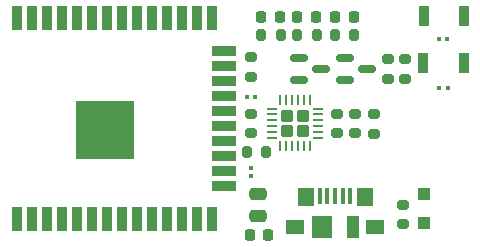
<source format=gtp>
%TF.GenerationSoftware,KiCad,Pcbnew,(6.0.4)*%
%TF.CreationDate,2022-06-27T14:28:38+01:00*%
%TF.ProjectId,soil-moisture-sensor,736f696c-2d6d-46f6-9973-747572652d73,%%version%%*%
%TF.SameCoordinates,Original*%
%TF.FileFunction,Paste,Top*%
%TF.FilePolarity,Positive*%
%FSLAX46Y46*%
G04 Gerber Fmt 4.6, Leading zero omitted, Abs format (unit mm)*
G04 Created by KiCad (PCBNEW (6.0.4)) date 2022-06-27 14:28:38*
%MOMM*%
%LPD*%
G01*
G04 APERTURE LIST*
G04 Aperture macros list*
%AMRoundRect*
0 Rectangle with rounded corners*
0 $1 Rounding radius*
0 $2 $3 $4 $5 $6 $7 $8 $9 X,Y pos of 4 corners*
0 Add a 4 corners polygon primitive as box body*
4,1,4,$2,$3,$4,$5,$6,$7,$8,$9,$2,$3,0*
0 Add four circle primitives for the rounded corners*
1,1,$1+$1,$2,$3*
1,1,$1+$1,$4,$5*
1,1,$1+$1,$6,$7*
1,1,$1+$1,$8,$9*
0 Add four rect primitives between the rounded corners*
20,1,$1+$1,$2,$3,$4,$5,0*
20,1,$1+$1,$4,$5,$6,$7,0*
20,1,$1+$1,$6,$7,$8,$9,0*
20,1,$1+$1,$8,$9,$2,$3,0*%
G04 Aperture macros list end*
%ADD10RoundRect,0.200000X0.275000X-0.200000X0.275000X0.200000X-0.275000X0.200000X-0.275000X-0.200000X0*%
%ADD11RoundRect,0.079500X0.100500X-0.079500X0.100500X0.079500X-0.100500X0.079500X-0.100500X-0.079500X0*%
%ADD12RoundRect,0.079500X0.079500X0.100500X-0.079500X0.100500X-0.079500X-0.100500X0.079500X-0.100500X0*%
%ADD13RoundRect,0.200000X-0.275000X0.200000X-0.275000X-0.200000X0.275000X-0.200000X0.275000X0.200000X0*%
%ADD14RoundRect,0.150000X-0.587500X-0.150000X0.587500X-0.150000X0.587500X0.150000X-0.587500X0.150000X0*%
%ADD15R,0.900000X1.700000*%
%ADD16RoundRect,0.218750X-0.218750X-0.256250X0.218750X-0.256250X0.218750X0.256250X-0.218750X0.256250X0*%
%ADD17R,0.900000X2.000000*%
%ADD18R,2.000000X0.900000*%
%ADD19R,5.000000X5.000000*%
%ADD20RoundRect,0.250000X0.475000X-0.250000X0.475000X0.250000X-0.475000X0.250000X-0.475000X-0.250000X0*%
%ADD21RoundRect,0.200000X-0.200000X-0.275000X0.200000X-0.275000X0.200000X0.275000X-0.200000X0.275000X0*%
%ADD22RoundRect,0.225000X0.225000X0.250000X-0.225000X0.250000X-0.225000X-0.250000X0.225000X-0.250000X0*%
%ADD23RoundRect,0.218750X0.218750X0.256250X-0.218750X0.256250X-0.218750X-0.256250X0.218750X-0.256250X0*%
%ADD24R,1.000000X1.000000*%
%ADD25R,0.450000X1.380000*%
%ADD26R,1.650000X1.300000*%
%ADD27R,1.000000X1.900000*%
%ADD28R,1.425000X1.550000*%
%ADD29R,1.800000X1.900000*%
%ADD30RoundRect,0.200000X0.200000X0.275000X-0.200000X0.275000X-0.200000X-0.275000X0.200000X-0.275000X0*%
%ADD31RoundRect,0.250000X0.275000X-0.275000X0.275000X0.275000X-0.275000X0.275000X-0.275000X-0.275000X0*%
%ADD32RoundRect,0.062500X0.062500X-0.350000X0.062500X0.350000X-0.062500X0.350000X-0.062500X-0.350000X0*%
%ADD33RoundRect,0.062500X0.350000X-0.062500X0.350000X0.062500X-0.350000X0.062500X-0.350000X-0.062500X0*%
G04 APERTURE END LIST*
D10*
X86800000Y-115425000D03*
X86800000Y-113775000D03*
D11*
X86750000Y-118405000D03*
X86750000Y-119095000D03*
D12*
X102730000Y-111575000D03*
X103420000Y-111575000D03*
D10*
X98337500Y-110825000D03*
X98337500Y-109175000D03*
D13*
X86750000Y-109025000D03*
X86750000Y-110675000D03*
D14*
X94700000Y-109050000D03*
X94700000Y-110950000D03*
X96575000Y-110000000D03*
D15*
X104800000Y-105475000D03*
X101400000Y-105475000D03*
D16*
X87637500Y-105600000D03*
X89212500Y-105600000D03*
D17*
X66945000Y-122700000D03*
X68215000Y-122700000D03*
X69485000Y-122700000D03*
X70755000Y-122700000D03*
X72025000Y-122700000D03*
X73295000Y-122700000D03*
X74565000Y-122700000D03*
X75835000Y-122700000D03*
X77105000Y-122700000D03*
X78375000Y-122700000D03*
X79645000Y-122700000D03*
X80915000Y-122700000D03*
X82185000Y-122700000D03*
X83455000Y-122700000D03*
D18*
X84455000Y-119915000D03*
X84455000Y-118645000D03*
X84455000Y-117375000D03*
X84455000Y-116105000D03*
X84455000Y-114835000D03*
X84455000Y-113565000D03*
X84455000Y-112295000D03*
X84455000Y-111025000D03*
X84455000Y-109755000D03*
X84455000Y-108485000D03*
D17*
X83455000Y-105700000D03*
X82185000Y-105700000D03*
X80915000Y-105700000D03*
X79645000Y-105700000D03*
X78375000Y-105700000D03*
X77105000Y-105700000D03*
X75835000Y-105700000D03*
X74565000Y-105700000D03*
X73295000Y-105700000D03*
X72025000Y-105700000D03*
X70755000Y-105700000D03*
X69485000Y-105700000D03*
X68215000Y-105700000D03*
X66945000Y-105700000D03*
D19*
X74445000Y-115200000D03*
D10*
X94100000Y-115450000D03*
X94100000Y-113800000D03*
D20*
X87400000Y-122450000D03*
X87400000Y-120550000D03*
D21*
X93875000Y-107100000D03*
X95525000Y-107100000D03*
D10*
X95600000Y-115450000D03*
X95600000Y-113800000D03*
D22*
X88200000Y-124100000D03*
X86650000Y-124100000D03*
D23*
X92287500Y-105600000D03*
X90712500Y-105600000D03*
D21*
X86425000Y-117050000D03*
X88075000Y-117050000D03*
D13*
X99837500Y-109175000D03*
X99837500Y-110825000D03*
D10*
X97150000Y-115475000D03*
X97150000Y-113825000D03*
D12*
X87145000Y-112400000D03*
X86455000Y-112400000D03*
D24*
X101425000Y-120575000D03*
X101425000Y-123075000D03*
D25*
X92600000Y-120740000D03*
X93250000Y-120740000D03*
X93900000Y-120740000D03*
X94550000Y-120740000D03*
X95200000Y-120740000D03*
D26*
X97275000Y-123400000D03*
D27*
X95450000Y-123400000D03*
D26*
X90525000Y-123400000D03*
D28*
X96387500Y-120825000D03*
D29*
X92750000Y-123400000D03*
D28*
X91412500Y-120825000D03*
D12*
X102680000Y-107500000D03*
X103370000Y-107500000D03*
D16*
X93912500Y-105600000D03*
X95487500Y-105600000D03*
D30*
X89275000Y-107100000D03*
X87625000Y-107100000D03*
D14*
X90800000Y-109050000D03*
X90800000Y-110950000D03*
X92675000Y-110000000D03*
D15*
X104775000Y-109525000D03*
X101375000Y-109525000D03*
D10*
X99675000Y-123150000D03*
X99675000Y-121500000D03*
D31*
X89850000Y-113950000D03*
X91150000Y-115250000D03*
X91150000Y-113950000D03*
X89850000Y-115250000D03*
D32*
X89250000Y-116537500D03*
X89750000Y-116537500D03*
X90250000Y-116537500D03*
X90750000Y-116537500D03*
X91250000Y-116537500D03*
X91750000Y-116537500D03*
D33*
X92437500Y-115850000D03*
X92437500Y-115350000D03*
X92437500Y-114850000D03*
X92437500Y-114350000D03*
X92437500Y-113850000D03*
X92437500Y-113350000D03*
D32*
X91750000Y-112662500D03*
X91250000Y-112662500D03*
X90750000Y-112662500D03*
X90250000Y-112662500D03*
X89750000Y-112662500D03*
X89250000Y-112662500D03*
D33*
X88562500Y-113350000D03*
X88562500Y-113850000D03*
X88562500Y-114350000D03*
X88562500Y-114850000D03*
X88562500Y-115350000D03*
X88562500Y-115850000D03*
D21*
X90675000Y-107100000D03*
X92325000Y-107100000D03*
M02*

</source>
